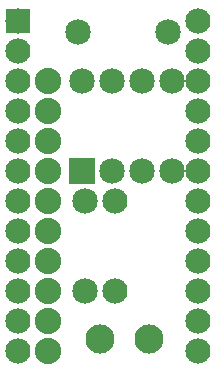
<source format=gbs>
G04 MADE WITH FRITZING*
G04 WWW.FRITZING.ORG*
G04 SINGLE SIDED*
G04 HOLES NOT PLATED*
G04 CONTOUR ON CENTER OF CONTOUR VECTOR*
%ASAXBY*%
%FSLAX23Y23*%
%MOIN*%
%OFA0B0*%
%SFA1.0B1.0*%
%ADD10C,0.084000*%
%ADD11C,0.085000*%
%ADD12C,0.097244*%
%ADD13C,0.088000*%
%ADD14R,0.084000X0.084000*%
%ADD15R,0.085000X0.085000*%
%LNMASK0*%
G90*
G70*
G54D10*
X683Y1179D03*
X683Y1079D03*
X683Y979D03*
X683Y879D03*
X683Y779D03*
X683Y679D03*
X683Y579D03*
X683Y479D03*
X683Y379D03*
X683Y279D03*
X683Y179D03*
X683Y79D03*
X83Y79D03*
X83Y179D03*
X83Y279D03*
X83Y379D03*
X83Y479D03*
X83Y579D03*
X83Y679D03*
X83Y779D03*
X83Y879D03*
X83Y979D03*
X83Y1079D03*
X83Y1179D03*
G54D11*
X296Y679D03*
X296Y979D03*
X396Y679D03*
X396Y979D03*
X496Y679D03*
X496Y979D03*
X596Y679D03*
X596Y979D03*
G54D10*
X408Y279D03*
X408Y579D03*
G54D11*
X308Y579D03*
X308Y279D03*
G54D12*
X358Y117D03*
X521Y117D03*
G54D11*
X283Y1142D03*
X583Y1142D03*
G54D13*
X183Y979D03*
X183Y879D03*
X183Y779D03*
X183Y679D03*
X183Y579D03*
X183Y479D03*
X183Y379D03*
X183Y279D03*
X183Y179D03*
X183Y79D03*
G54D14*
X83Y1179D03*
G54D15*
X296Y679D03*
G04 End of Mask0*
M02*
</source>
